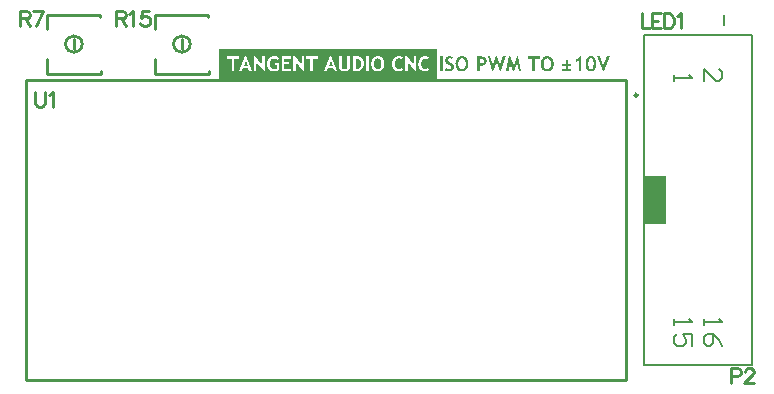
<source format=gto>
%FSAX24Y24*%
%MOIN*%
G70*
G01*
G75*
G04 Layer_Color=65535*
%ADD10R,0.0433X0.0394*%
%ADD11R,0.0787X0.0630*%
%ADD12R,0.0787X0.0787*%
%ADD13C,0.0200*%
%ADD14C,0.0080*%
%ADD15C,0.0100*%
%ADD16O,0.1181X0.0866*%
%ADD17C,0.0650*%
%ADD18R,0.0650X0.0650*%
%ADD19C,0.1000*%
%ADD20C,0.0250*%
%ADD21R,0.0394X0.0433*%
%ADD22R,0.0335X0.0866*%
%ADD23R,0.0700X0.0600*%
G04:AMPARAMS|DCode=24|XSize=60mil|YSize=70mil|CornerRadius=15mil|HoleSize=0mil|Usage=FLASHONLY|Rotation=90.000|XOffset=0mil|YOffset=0mil|HoleType=Round|Shape=RoundedRectangle|*
%AMROUNDEDRECTD24*
21,1,0.0600,0.0400,0,0,90.0*
21,1,0.0300,0.0700,0,0,90.0*
1,1,0.0300,0.0200,0.0150*
1,1,0.0300,0.0200,-0.0150*
1,1,0.0300,-0.0200,-0.0150*
1,1,0.0300,-0.0200,0.0150*
%
%ADD24ROUNDEDRECTD24*%
%ADD25O,0.0236X0.0866*%
%ADD26O,0.0236X0.0748*%
%ADD27O,0.0236X0.0591*%
%ADD28C,0.0098*%
%ADD29C,0.0079*%
%ADD30C,0.0059*%
%ADD31R,0.0748X0.1614*%
G36*
X027529Y021115D02*
X027366D01*
Y020700D01*
X027278D01*
Y021115D01*
X027121D01*
Y021192D01*
X027529D01*
Y021115D01*
D02*
G37*
G36*
X028465Y020946D02*
X028583D01*
Y020879D01*
X028465D01*
Y020767D01*
X028583D01*
Y020700D01*
X028281D01*
Y020767D01*
X028398D01*
Y020879D01*
X028281D01*
Y020946D01*
X028398D01*
Y021061D01*
X028465D01*
Y020946D01*
D02*
G37*
G36*
X028908Y020700D02*
X028821D01*
Y021054D01*
X028720Y020995D01*
Y021078D01*
X028721Y021079D01*
X028725Y021081D01*
X028729Y021083D01*
X028736Y021087D01*
X028745Y021091D01*
X028754Y021096D01*
X028764Y021103D01*
X028776Y021110D01*
X028788Y021118D01*
X028800Y021127D01*
X028825Y021147D01*
X028850Y021169D01*
X028863Y021181D01*
X028873Y021194D01*
X028908D01*
Y020700D01*
D02*
G37*
G36*
X024288D02*
X024200D01*
Y021192D01*
X024288D01*
Y020700D01*
D02*
G37*
G36*
X024940Y021200D02*
X024947D01*
X024956Y021198D01*
X024966Y021197D01*
X024978Y021195D01*
X024990Y021192D01*
X025003Y021189D01*
X025016Y021185D01*
X025029Y021179D01*
X025043Y021173D01*
X025056Y021165D01*
X025069Y021157D01*
X025080Y021146D01*
X025092Y021135D01*
X025093Y021134D01*
X025094Y021131D01*
X025097Y021128D01*
X025101Y021122D01*
X025105Y021116D01*
X025109Y021108D01*
X025115Y021098D01*
X025120Y021087D01*
X025125Y021074D01*
X025131Y021061D01*
X025135Y021045D01*
X025139Y021029D01*
X025143Y021011D01*
X025146Y020992D01*
X025147Y020972D01*
X025148Y020950D01*
Y020948D01*
Y020944D01*
Y020938D01*
X025147Y020930D01*
X025147Y020920D01*
X025145Y020909D01*
X025143Y020896D01*
X025141Y020882D01*
X025138Y020867D01*
X025134Y020851D01*
X025129Y020835D01*
X025123Y020820D01*
X025116Y020804D01*
X025109Y020789D01*
X025099Y020775D01*
X025089Y020761D01*
X025088Y020760D01*
X025086Y020758D01*
X025083Y020755D01*
X025078Y020750D01*
X025072Y020745D01*
X025064Y020739D01*
X025056Y020733D01*
X025046Y020727D01*
X025035Y020720D01*
X025023Y020714D01*
X025009Y020708D01*
X024994Y020702D01*
X024978Y020698D01*
X024961Y020695D01*
X024943Y020692D01*
X024923Y020692D01*
X024918D01*
X024914Y020692D01*
X024907D01*
X024899Y020694D01*
X024889Y020695D01*
X024878Y020698D01*
X024867Y020700D01*
X024854Y020704D01*
X024842Y020708D01*
X024829Y020714D01*
X024817Y020721D01*
X024804Y020728D01*
X024793Y020737D01*
X024781Y020748D01*
X024771Y020760D01*
X024770Y020761D01*
X024768Y020763D01*
X024766Y020767D01*
X024762Y020773D01*
X024759Y020780D01*
X024754Y020788D01*
X024749Y020798D01*
X024745Y020810D01*
X024740Y020823D01*
X024735Y020837D01*
X024730Y020852D01*
X024727Y020869D01*
X024723Y020887D01*
X024721Y020907D01*
X024719Y020928D01*
X024718Y020950D01*
Y020951D01*
Y020954D01*
X024719Y020959D01*
Y020967D01*
X024720Y020976D01*
X024721Y020987D01*
X024723Y020998D01*
X024725Y021011D01*
X024728Y021025D01*
X024732Y021039D01*
X024737Y021054D01*
X024743Y021069D01*
X024749Y021084D01*
X024756Y021099D01*
X024765Y021114D01*
X024775Y021128D01*
X024776Y021128D01*
X024778Y021131D01*
X024781Y021135D01*
X024786Y021139D01*
X024792Y021144D01*
X024799Y021151D01*
X024807Y021157D01*
X024816Y021164D01*
X024827Y021171D01*
X024838Y021178D01*
X024851Y021184D01*
X024865Y021189D01*
X024880Y021194D01*
X024896Y021198D01*
X024912Y021200D01*
X024930Y021201D01*
X024934D01*
X024940Y021200D01*
D02*
G37*
G36*
X027784D02*
X027791D01*
X027800Y021198D01*
X027810Y021197D01*
X027822Y021195D01*
X027834Y021192D01*
X027847Y021189D01*
X027860Y021185D01*
X027873Y021179D01*
X027887Y021173D01*
X027900Y021165D01*
X027913Y021157D01*
X027924Y021146D01*
X027936Y021135D01*
X027937Y021134D01*
X027938Y021131D01*
X027941Y021128D01*
X027945Y021122D01*
X027949Y021116D01*
X027953Y021108D01*
X027959Y021098D01*
X027964Y021087D01*
X027969Y021074D01*
X027975Y021061D01*
X027979Y021045D01*
X027983Y021029D01*
X027987Y021011D01*
X027990Y020992D01*
X027991Y020972D01*
X027992Y020950D01*
Y020948D01*
Y020944D01*
Y020938D01*
X027991Y020930D01*
X027991Y020920D01*
X027989Y020909D01*
X027987Y020896D01*
X027984Y020882D01*
X027981Y020867D01*
X027978Y020851D01*
X027973Y020835D01*
X027967Y020820D01*
X027960Y020804D01*
X027952Y020789D01*
X027943Y020775D01*
X027933Y020761D01*
X027932Y020760D01*
X027930Y020758D01*
X027927Y020755D01*
X027922Y020750D01*
X027916Y020745D01*
X027908Y020739D01*
X027900Y020733D01*
X027890Y020727D01*
X027879Y020720D01*
X027866Y020714D01*
X027853Y020708D01*
X027838Y020702D01*
X027822Y020698D01*
X027805Y020695D01*
X027787Y020692D01*
X027767Y020692D01*
X027762D01*
X027758Y020692D01*
X027751D01*
X027742Y020694D01*
X027733Y020695D01*
X027722Y020698D01*
X027710Y020700D01*
X027698Y020704D01*
X027686Y020708D01*
X027673Y020714D01*
X027661Y020721D01*
X027648Y020728D01*
X027637Y020737D01*
X027625Y020748D01*
X027615Y020760D01*
X027614Y020761D01*
X027612Y020763D01*
X027610Y020767D01*
X027606Y020773D01*
X027602Y020780D01*
X027598Y020788D01*
X027593Y020798D01*
X027589Y020810D01*
X027583Y020823D01*
X027579Y020837D01*
X027574Y020852D01*
X027570Y020869D01*
X027567Y020887D01*
X027564Y020907D01*
X027563Y020928D01*
X027562Y020950D01*
Y020951D01*
Y020954D01*
X027563Y020959D01*
Y020967D01*
X027564Y020976D01*
X027565Y020987D01*
X027567Y020998D01*
X027569Y021011D01*
X027572Y021025D01*
X027576Y021039D01*
X027580Y021054D01*
X027586Y021069D01*
X027593Y021084D01*
X027600Y021099D01*
X027609Y021114D01*
X027619Y021128D01*
X027620Y021128D01*
X027622Y021131D01*
X027625Y021135D01*
X027630Y021139D01*
X027636Y021144D01*
X027643Y021151D01*
X027651Y021157D01*
X027660Y021164D01*
X027671Y021171D01*
X027682Y021178D01*
X027695Y021184D01*
X027709Y021189D01*
X027723Y021194D01*
X027739Y021198D01*
X027756Y021200D01*
X027774Y021201D01*
X027778D01*
X027784Y021200D01*
D02*
G37*
G36*
X029246D02*
X029255Y021199D01*
X029265Y021197D01*
X029278Y021193D01*
X029293Y021188D01*
X029309Y021179D01*
X029325Y021170D01*
X029333Y021163D01*
X029341Y021156D01*
X029348Y021148D01*
X029357Y021139D01*
X029363Y021130D01*
X029371Y021119D01*
X029377Y021107D01*
X029384Y021095D01*
X029389Y021081D01*
X029395Y021066D01*
X029399Y021050D01*
X029403Y021033D01*
X029406Y021014D01*
X029408Y020994D01*
X029410Y020972D01*
X029411Y020950D01*
Y020948D01*
Y020944D01*
Y020938D01*
X029410Y020931D01*
X029409Y020921D01*
X029408Y020909D01*
X029407Y020896D01*
X029404Y020883D01*
X029402Y020867D01*
X029399Y020852D01*
X029395Y020837D01*
X029391Y020821D01*
X029385Y020806D01*
X029379Y020791D01*
X029373Y020776D01*
X029364Y020762D01*
X029363Y020762D01*
X029362Y020759D01*
X029360Y020756D01*
X029356Y020752D01*
X029351Y020746D01*
X029345Y020740D01*
X029338Y020734D01*
X029331Y020728D01*
X029322Y020721D01*
X029312Y020715D01*
X029301Y020709D01*
X029290Y020704D01*
X029277Y020699D01*
X029264Y020696D01*
X029249Y020694D01*
X029234Y020693D01*
X029230D01*
X029226Y020694D01*
X029220D01*
X029212Y020695D01*
X029203Y020696D01*
X029194Y020698D01*
X029184Y020702D01*
X029172Y020705D01*
X029162Y020709D01*
X029150Y020714D01*
X029140Y020720D01*
X029129Y020727D01*
X029119Y020736D01*
X029109Y020746D01*
X029101Y020757D01*
X029100Y020758D01*
X029099Y020760D01*
X029097Y020764D01*
X029094Y020769D01*
X029091Y020776D01*
X029087Y020785D01*
X029083Y020795D01*
X029080Y020807D01*
X029076Y020820D01*
X029072Y020835D01*
X029068Y020851D01*
X029065Y020870D01*
X029062Y020890D01*
X029060Y020912D01*
X029059Y020935D01*
X029058Y020960D01*
Y020962D01*
Y020965D01*
Y020970D01*
X029059Y020977D01*
X029060Y020986D01*
X029061Y020996D01*
X029062Y021007D01*
X029064Y021020D01*
X029067Y021033D01*
X029070Y021046D01*
X029074Y021061D01*
X029079Y021075D01*
X029084Y021090D01*
X029091Y021103D01*
X029099Y021118D01*
X029107Y021131D01*
X029108Y021131D01*
X029109Y021134D01*
X029112Y021138D01*
X029116Y021141D01*
X029121Y021147D01*
X029127Y021153D01*
X029134Y021159D01*
X029142Y021166D01*
X029151Y021173D01*
X029161Y021179D01*
X029172Y021185D01*
X029183Y021190D01*
X029196Y021195D01*
X029210Y021198D01*
X029223Y021200D01*
X029239Y021201D01*
X029243D01*
X029246Y021200D01*
D02*
G37*
G36*
X026233Y020693D02*
X026198D01*
X026090Y021004D01*
X025985Y020693D01*
X025950D01*
X025788Y021192D01*
X025879D01*
X025971Y020895D01*
X026071Y021192D01*
X026109D01*
X026210Y020895D01*
X026302Y021192D01*
X026392D01*
X026233Y020693D01*
D02*
G37*
G36*
X025554Y021195D02*
X025564D01*
X025574Y021194D01*
X025587Y021192D01*
X025599Y021191D01*
X025628Y021187D01*
X025656Y021180D01*
X025669Y021176D01*
X025682Y021172D01*
X025695Y021166D01*
X025705Y021160D01*
X025706Y021159D01*
X025708Y021158D01*
X025711Y021156D01*
X025714Y021153D01*
X025717Y021149D01*
X025722Y021144D01*
X025727Y021139D01*
X025733Y021132D01*
X025737Y021125D01*
X025743Y021116D01*
X025747Y021107D01*
X025751Y021097D01*
X025754Y021087D01*
X025757Y021074D01*
X025759Y021061D01*
X025759Y021048D01*
Y021047D01*
Y021046D01*
Y021044D01*
Y021040D01*
X025758Y021033D01*
X025756Y021021D01*
X025753Y021009D01*
X025749Y020995D01*
X025743Y020979D01*
X025734Y020963D01*
X025724Y020947D01*
X025711Y020932D01*
X025703Y020925D01*
X025695Y020918D01*
X025685Y020912D01*
X025676Y020905D01*
X025664Y020899D01*
X025653Y020895D01*
X025640Y020890D01*
X025626Y020886D01*
X025611Y020883D01*
X025595Y020881D01*
X025578Y020880D01*
X025560Y020879D01*
X025549D01*
X025544Y020880D01*
X025537D01*
X025529Y020880D01*
X025520Y020881D01*
Y020700D01*
X025433D01*
Y021192D01*
X025441D01*
X025447Y021192D01*
X025453D01*
X025461Y021193D01*
X025478Y021194D01*
X025496D01*
X025513Y021195D01*
X025520Y021195D01*
X025546D01*
X025554Y021195D01*
D02*
G37*
G36*
X024530Y021200D02*
X024538D01*
X024545Y021199D01*
X024555Y021198D01*
X024565Y021197D01*
X024585Y021193D01*
X024606Y021187D01*
X024625Y021179D01*
X024634Y021174D01*
X024642Y021169D01*
X024616Y021093D01*
X024615Y021094D01*
X024613Y021095D01*
X024611Y021096D01*
X024607Y021099D01*
X024603Y021101D01*
X024598Y021104D01*
X024586Y021110D01*
X024571Y021116D01*
X024555Y021121D01*
X024537Y021125D01*
X024528Y021126D01*
X024514D01*
X024508Y021125D01*
X024501Y021124D01*
X024494Y021122D01*
X024486Y021119D01*
X024479Y021116D01*
X024472Y021110D01*
X024471Y021109D01*
X024469Y021107D01*
X024466Y021104D01*
X024464Y021099D01*
X024461Y021093D01*
X024458Y021086D01*
X024456Y021077D01*
X024456Y021068D01*
Y021068D01*
Y021067D01*
X024456Y021064D01*
X024457Y021061D01*
X024459Y021057D01*
X024460Y021052D01*
X024463Y021047D01*
X024467Y021042D01*
X024472Y021035D01*
X024479Y021028D01*
X024486Y021021D01*
X024495Y021013D01*
X024505Y021005D01*
X024518Y020997D01*
X024533Y020988D01*
X024549Y020980D01*
X024549D01*
X024551Y020979D01*
X024553Y020978D01*
X024557Y020976D01*
X024565Y020972D01*
X024576Y020966D01*
X024588Y020959D01*
X024600Y020951D01*
X024611Y020944D01*
X024620Y020936D01*
X024621Y020935D01*
X024624Y020932D01*
X024628Y020928D01*
X024632Y020922D01*
X024638Y020915D01*
X024644Y020907D01*
X024649Y020898D01*
X024654Y020888D01*
X024654Y020886D01*
X024655Y020883D01*
X024657Y020878D01*
X024660Y020870D01*
X024661Y020862D01*
X024663Y020851D01*
X024664Y020841D01*
X024665Y020829D01*
Y020828D01*
Y020826D01*
Y020823D01*
X024664Y020819D01*
X024663Y020813D01*
X024663Y020807D01*
X024659Y020794D01*
X024654Y020778D01*
X024650Y020770D01*
X024645Y020762D01*
X024640Y020753D01*
X024633Y020745D01*
X024626Y020737D01*
X024618Y020730D01*
X024617Y020729D01*
X024616Y020728D01*
X024613Y020726D01*
X024609Y020724D01*
X024604Y020721D01*
X024599Y020717D01*
X024592Y020714D01*
X024584Y020711D01*
X024576Y020707D01*
X024566Y020704D01*
X024556Y020701D01*
X024545Y020698D01*
X024533Y020695D01*
X024520Y020693D01*
X024506Y020692D01*
X024491Y020692D01*
X024485D01*
X024480Y020692D01*
X024474D01*
X024466Y020693D01*
X024459Y020695D01*
X024450Y020696D01*
X024431Y020700D01*
X024410Y020706D01*
X024389Y020715D01*
X024378Y020721D01*
X024367Y020727D01*
X024399Y020806D01*
X024400Y020805D01*
X024402Y020804D01*
X024405Y020803D01*
X024409Y020800D01*
X024413Y020797D01*
X024418Y020794D01*
X024431Y020788D01*
X024447Y020781D01*
X024464Y020775D01*
X024482Y020771D01*
X024491Y020770D01*
X024501Y020769D01*
X024507D01*
X024513Y020770D01*
X024519Y020771D01*
X024525Y020772D01*
X024539Y020776D01*
X024547Y020778D01*
X024554Y020782D01*
X024560Y020787D01*
X024566Y020792D01*
X024571Y020798D01*
X024575Y020805D01*
X024577Y020813D01*
X024578Y020823D01*
Y020824D01*
Y020827D01*
X024577Y020832D01*
X024576Y020838D01*
X024574Y020845D01*
X024571Y020854D01*
X024566Y020862D01*
X024560Y020870D01*
X024559Y020871D01*
X024556Y020874D01*
X024551Y020879D01*
X024544Y020886D01*
X024533Y020893D01*
X024527Y020897D01*
X024520Y020902D01*
X024513Y020906D01*
X024504Y020912D01*
X024495Y020916D01*
X024485Y020921D01*
X024484D01*
X024482Y020923D01*
X024479Y020924D01*
X024475Y020926D01*
X024471Y020929D01*
X024466Y020931D01*
X024454Y020938D01*
X024441Y020946D01*
X024429Y020953D01*
X024418Y020961D01*
X024412Y020965D01*
X024409Y020969D01*
X024408Y020969D01*
X024405Y020972D01*
X024402Y020975D01*
X024397Y020981D01*
X024393Y020987D01*
X024387Y020995D01*
X024383Y021003D01*
X024378Y021012D01*
X024377Y021014D01*
X024377Y021017D01*
X024375Y021022D01*
X024374Y021029D01*
X024371Y021036D01*
X024370Y021046D01*
X024369Y021056D01*
X024368Y021068D01*
Y021068D01*
Y021070D01*
Y021073D01*
X024369Y021077D01*
X024370Y021082D01*
X024370Y021088D01*
X024374Y021101D01*
X024378Y021116D01*
X024386Y021132D01*
X024390Y021140D01*
X024396Y021148D01*
X024402Y021156D01*
X024409Y021163D01*
X024410Y021163D01*
X024412Y021164D01*
X024414Y021166D01*
X024417Y021169D01*
X024421Y021172D01*
X024426Y021175D01*
X024432Y021178D01*
X024438Y021182D01*
X024446Y021186D01*
X024454Y021189D01*
X024472Y021195D01*
X024493Y021199D01*
X024504Y021200D01*
X024517Y021201D01*
X024525D01*
X024530Y021200D01*
D02*
G37*
G36*
X024107Y020442D02*
X016850D01*
Y021451D01*
X024107D01*
Y020442D01*
D02*
G37*
G36*
X026904Y020700D02*
X026819D01*
X026768Y020966D01*
X026669Y020693D01*
X026638D01*
X026539Y020966D01*
X026486Y020700D01*
X026402D01*
X026500Y021192D01*
X026547D01*
X026653Y020861D01*
X026758Y021192D01*
X026803D01*
X026904Y020700D01*
D02*
G37*
G36*
X029670Y020693D02*
X029622D01*
X029438Y021192D01*
X029534D01*
X029648Y020860D01*
X029767Y021192D01*
X029862D01*
X029670Y020693D01*
D02*
G37*
%LPC*%
G36*
X021437Y021195D02*
X021410D01*
X021400Y021195D01*
X021379Y021194D01*
X021357D01*
X021346Y021193D01*
X021336D01*
X021327Y021192D01*
X021318D01*
X021311Y021192D01*
X021301D01*
Y020700D01*
X021410D01*
X021434Y020701D01*
X021455Y020703D01*
X021476Y020707D01*
X021495Y020711D01*
X021513Y020717D01*
X021529Y020724D01*
X021544Y020733D01*
X021559Y020741D01*
X021572Y020751D01*
X021584Y020762D01*
X021594Y020772D01*
X021604Y020784D01*
X021613Y020796D01*
X021621Y020808D01*
X021629Y020820D01*
X021635Y020832D01*
X021645Y020857D01*
X021653Y020881D01*
X021659Y020903D01*
X021661Y020914D01*
X021663Y020924D01*
X021664Y020932D01*
X021665Y020940D01*
X021666Y020947D01*
Y020953D01*
X021667Y020958D01*
Y020962D01*
Y020964D01*
Y020965D01*
X021666Y020984D01*
X021664Y021002D01*
X021661Y021019D01*
X021657Y021035D01*
X021652Y021050D01*
X021647Y021064D01*
X021641Y021076D01*
X021636Y021087D01*
X021629Y021098D01*
X021623Y021107D01*
X021618Y021115D01*
X021613Y021121D01*
X021610Y021125D01*
X021607Y021129D01*
X021604Y021131D01*
X021604Y021132D01*
X021591Y021144D01*
X021578Y021153D01*
X021564Y021162D01*
X021550Y021169D01*
X021536Y021175D01*
X021521Y021180D01*
X021508Y021184D01*
X021494Y021188D01*
X021482Y021190D01*
X021470Y021192D01*
X021459Y021193D01*
X021451Y021195D01*
X021443D01*
X021437Y021195D01*
D02*
G37*
G36*
X020585Y021198D02*
X020547D01*
X020350Y020700D01*
X020448D01*
X020481Y020800D01*
X020649D01*
X020686Y020700D01*
X020782D01*
X020585Y021198D01*
D02*
G37*
G36*
X021200Y021192D02*
X021113D01*
Y020860D01*
X021112Y020845D01*
X021109Y020832D01*
X021104Y020820D01*
X021100Y020811D01*
X021094Y020803D01*
X021091Y020798D01*
X021088Y020795D01*
X021086Y020794D01*
X021075Y020785D01*
X021063Y020780D01*
X021051Y020775D01*
X021039Y020772D01*
X021028Y020771D01*
X021020Y020770D01*
X021017Y020769D01*
X021012D01*
X020998Y020770D01*
X020984Y020773D01*
X020973Y020777D01*
X020964Y020781D01*
X020956Y020786D01*
X020951Y020790D01*
X020948Y020793D01*
X020946Y020794D01*
X020938Y020803D01*
X020932Y020814D01*
X020929Y020825D01*
X020926Y020835D01*
X020924Y020845D01*
X020923Y020851D01*
X020923Y020854D01*
Y020857D01*
Y020858D01*
Y020858D01*
Y021192D01*
X020835D01*
Y020854D01*
X020836Y020839D01*
X020837Y020826D01*
X020840Y020813D01*
X020843Y020802D01*
X020846Y020791D01*
X020849Y020781D01*
X020854Y020772D01*
X020859Y020764D01*
X020862Y020757D01*
X020867Y020751D01*
X020871Y020746D01*
X020875Y020741D01*
X020877Y020738D01*
X020879Y020736D01*
X020881Y020734D01*
X020881Y020733D01*
X020891Y020726D01*
X020900Y020720D01*
X020911Y020714D01*
X020922Y020709D01*
X020944Y020702D01*
X020964Y020697D01*
X020974Y020695D01*
X020983Y020694D01*
X020992Y020693D01*
X020999Y020692D01*
X021005Y020692D01*
X021013D01*
X021028Y020692D01*
X021044Y020693D01*
X021057Y020695D01*
X021070Y020698D01*
X021082Y020702D01*
X021094Y020705D01*
X021104Y020709D01*
X021114Y020713D01*
X021121Y020717D01*
X021129Y020721D01*
X021135Y020724D01*
X021140Y020727D01*
X021144Y020730D01*
X021147Y020733D01*
X021149Y020733D01*
X021149Y020734D01*
X021158Y020743D01*
X021166Y020752D01*
X021173Y020762D01*
X021179Y020771D01*
X021184Y020781D01*
X021188Y020791D01*
X021194Y020810D01*
X021196Y020819D01*
X021197Y020827D01*
X021199Y020834D01*
X021200Y020841D01*
X021200Y020846D01*
Y020850D01*
Y020852D01*
Y020853D01*
Y021192D01*
D02*
G37*
G36*
X021833D02*
X021745D01*
Y020700D01*
X021833D01*
Y021192D01*
D02*
G37*
G36*
X020136D02*
X019728D01*
Y021115D01*
X019885D01*
Y020700D01*
X019972D01*
Y021115D01*
X020136D01*
Y021192D01*
D02*
G37*
G36*
X017750Y021198D02*
X017712D01*
X017516Y020700D01*
X017613D01*
X017646Y020800D01*
X017815D01*
X017851Y020700D01*
X017948D01*
X017750Y021198D01*
D02*
G37*
G36*
X022128Y021201D02*
X022123D01*
X022106Y021200D01*
X022089Y021198D01*
X022073Y021194D01*
X022059Y021189D01*
X022045Y021184D01*
X022032Y021178D01*
X022021Y021171D01*
X022010Y021164D01*
X022001Y021157D01*
X021992Y021151D01*
X021986Y021144D01*
X021980Y021139D01*
X021975Y021135D01*
X021972Y021131D01*
X021970Y021128D01*
X021969Y021128D01*
X021959Y021114D01*
X021950Y021099D01*
X021942Y021084D01*
X021936Y021069D01*
X021930Y021054D01*
X021925Y021039D01*
X021922Y021025D01*
X021919Y021011D01*
X021916Y020998D01*
X021915Y020987D01*
X021913Y020976D01*
X021913Y020967D01*
Y020959D01*
X021912Y020954D01*
Y020951D01*
Y020950D01*
X021913Y020928D01*
X021914Y020907D01*
X021916Y020887D01*
X021920Y020869D01*
X021924Y020852D01*
X021929Y020837D01*
X021933Y020823D01*
X021938Y020810D01*
X021943Y020798D01*
X021948Y020788D01*
X021952Y020780D01*
X021956Y020773D01*
X021960Y020767D01*
X021962Y020763D01*
X021964Y020761D01*
X021964Y020760D01*
X021975Y020748D01*
X021986Y020737D01*
X021998Y020728D01*
X022011Y020721D01*
X022023Y020714D01*
X022036Y020708D01*
X022048Y020704D01*
X022060Y020700D01*
X022072Y020698D01*
X022082Y020695D01*
X022092Y020694D01*
X022101Y020692D01*
X022107D01*
X022112Y020692D01*
X022117D01*
X022136Y020692D01*
X022155Y020695D01*
X022172Y020698D01*
X022188Y020702D01*
X022203Y020708D01*
X022216Y020714D01*
X022228Y020720D01*
X022240Y020727D01*
X022250Y020733D01*
X022258Y020739D01*
X022266Y020745D01*
X022272Y020750D01*
X022276Y020755D01*
X022279Y020758D01*
X022282Y020760D01*
X022282Y020761D01*
X022293Y020775D01*
X022302Y020789D01*
X022310Y020804D01*
X022317Y020820D01*
X022323Y020835D01*
X022327Y020851D01*
X022331Y020867D01*
X022334Y020882D01*
X022336Y020896D01*
X022339Y020909D01*
X022340Y020920D01*
X022341Y020930D01*
X022342Y020938D01*
Y020944D01*
Y020948D01*
Y020950D01*
X022341Y020972D01*
X022339Y020992D01*
X022336Y021011D01*
X022333Y021029D01*
X022329Y021045D01*
X022324Y021061D01*
X022319Y021074D01*
X022314Y021087D01*
X022308Y021098D01*
X022303Y021108D01*
X022298Y021116D01*
X022295Y021122D01*
X022291Y021128D01*
X022288Y021131D01*
X022286Y021134D01*
X022285Y021135D01*
X022274Y021146D01*
X022263Y021157D01*
X022250Y021165D01*
X022237Y021173D01*
X022223Y021179D01*
X022209Y021185D01*
X022196Y021189D01*
X022183Y021192D01*
X022171Y021195D01*
X022160Y021197D01*
X022150Y021198D01*
X022141Y021200D01*
X022133D01*
X022128Y021201D01*
D02*
G37*
G36*
X019232Y021192D02*
X018921D01*
Y020700D01*
X019232D01*
Y020778D01*
X019009D01*
Y020925D01*
X019168D01*
Y021000D01*
X019009D01*
Y021115D01*
X019232D01*
Y021192D01*
D02*
G37*
G36*
X017508D02*
X017100D01*
Y021115D01*
X017257D01*
Y020700D01*
X017344D01*
Y021115D01*
X017508D01*
Y021192D01*
D02*
G37*
G36*
X023716Y021201D02*
X023708D01*
X023689Y021200D01*
X023673Y021198D01*
X023656Y021194D01*
X023641Y021189D01*
X023626Y021184D01*
X023613Y021177D01*
X023600Y021171D01*
X023590Y021164D01*
X023580Y021157D01*
X023571Y021151D01*
X023563Y021144D01*
X023557Y021138D01*
X023553Y021134D01*
X023549Y021130D01*
X023546Y021128D01*
X023546Y021127D01*
X023534Y021113D01*
X023525Y021098D01*
X023517Y021083D01*
X023509Y021068D01*
X023503Y021052D01*
X023498Y021037D01*
X023494Y021023D01*
X023490Y021008D01*
X023488Y020995D01*
X023486Y020983D01*
X023485Y020972D01*
X023483Y020963D01*
Y020955D01*
X023483Y020949D01*
Y020946D01*
Y020944D01*
X023483Y020923D01*
X023485Y020902D01*
X023488Y020883D01*
X023492Y020866D01*
X023495Y020849D01*
X023501Y020834D01*
X023506Y020820D01*
X023511Y020808D01*
X023517Y020797D01*
X023521Y020787D01*
X023527Y020778D01*
X023530Y020772D01*
X023534Y020766D01*
X023537Y020762D01*
X023539Y020760D01*
X023540Y020759D01*
X023551Y020747D01*
X023563Y020737D01*
X023575Y020728D01*
X023589Y020721D01*
X023602Y020714D01*
X023616Y020708D01*
X023629Y020704D01*
X023642Y020700D01*
X023653Y020697D01*
X023664Y020695D01*
X023674Y020694D01*
X023683Y020692D01*
X023690D01*
X023696Y020692D01*
X023700D01*
X023719Y020692D01*
X023737Y020694D01*
X023753Y020697D01*
X023768Y020701D01*
X023782Y020705D01*
X023795Y020710D01*
X023807Y020715D01*
X023817Y020721D01*
X023826Y020726D01*
X023834Y020730D01*
X023841Y020736D01*
X023847Y020740D01*
X023852Y020743D01*
X023855Y020746D01*
X023856Y020748D01*
X023857Y020749D01*
X023816Y020819D01*
X023808Y020810D01*
X023800Y020803D01*
X023791Y020796D01*
X023782Y020790D01*
X023773Y020785D01*
X023764Y020781D01*
X023747Y020775D01*
X023731Y020772D01*
X023725Y020771D01*
X023718Y020770D01*
X023714Y020769D01*
X023707D01*
X023696Y020770D01*
X023686Y020772D01*
X023676Y020774D01*
X023666Y020776D01*
X023649Y020784D01*
X023635Y020792D01*
X023624Y020800D01*
X023620Y020804D01*
X023616Y020808D01*
X023613Y020810D01*
X023611Y020813D01*
X023610Y020814D01*
X023610Y020815D01*
X023604Y020824D01*
X023597Y020834D01*
X023588Y020854D01*
X023582Y020875D01*
X023578Y020895D01*
X023576Y020905D01*
X023575Y020913D01*
X023574Y020921D01*
Y020928D01*
X023573Y020933D01*
Y020937D01*
Y020940D01*
Y020940D01*
X023574Y020955D01*
X023575Y020969D01*
X023577Y020982D01*
X023579Y020995D01*
X023582Y021006D01*
X023585Y021017D01*
X023589Y021026D01*
X023593Y021036D01*
X023596Y021044D01*
X023600Y021051D01*
X023603Y021057D01*
X023606Y021062D01*
X023608Y021066D01*
X023610Y021069D01*
X023611Y021071D01*
X023612Y021071D01*
X023619Y021081D01*
X023628Y021088D01*
X023636Y021096D01*
X023645Y021101D01*
X023653Y021106D01*
X023661Y021110D01*
X023677Y021117D01*
X023692Y021120D01*
X023698Y021122D01*
X023703Y021122D01*
X023707Y021123D01*
X023725D01*
X023736Y021122D01*
X023746Y021121D01*
X023756Y021119D01*
X023764Y021116D01*
X023772Y021114D01*
X023779Y021112D01*
X023785Y021109D01*
X023790Y021106D01*
X023795Y021103D01*
X023802Y021099D01*
X023806Y021096D01*
X023807Y021094D01*
X023844Y021166D01*
X023834Y021173D01*
X023823Y021178D01*
X023801Y021186D01*
X023779Y021192D01*
X023756Y021196D01*
X023747Y021198D01*
X023737Y021199D01*
X023729Y021200D01*
X023722D01*
X023716Y021201D01*
D02*
G37*
G36*
X022836D02*
X022828D01*
X022810Y021200D01*
X022793Y021198D01*
X022776Y021194D01*
X022761Y021189D01*
X022747Y021184D01*
X022734Y021177D01*
X022721Y021171D01*
X022710Y021164D01*
X022700Y021157D01*
X022691Y021151D01*
X022683Y021144D01*
X022677Y021138D01*
X022673Y021134D01*
X022669Y021130D01*
X022667Y021128D01*
X022666Y021127D01*
X022655Y021113D01*
X022645Y021098D01*
X022637Y021083D01*
X022629Y021068D01*
X022623Y021052D01*
X022618Y021037D01*
X022614Y021023D01*
X022610Y021008D01*
X022608Y020995D01*
X022606Y020983D01*
X022605Y020972D01*
X022604Y020963D01*
Y020955D01*
X022603Y020949D01*
Y020946D01*
Y020944D01*
X022604Y020923D01*
X022605Y020902D01*
X022608Y020883D01*
X022612Y020866D01*
X022616Y020849D01*
X022621Y020834D01*
X022626Y020820D01*
X022632Y020808D01*
X022637Y020797D01*
X022642Y020787D01*
X022647Y020778D01*
X022651Y020772D01*
X022655Y020766D01*
X022658Y020762D01*
X022659Y020760D01*
X022660Y020759D01*
X022671Y020747D01*
X022683Y020737D01*
X022696Y020728D01*
X022709Y020721D01*
X022722Y020714D01*
X022736Y020708D01*
X022749Y020704D01*
X022762Y020700D01*
X022773Y020697D01*
X022785Y020695D01*
X022795Y020694D01*
X022804Y020692D01*
X022811D01*
X022816Y020692D01*
X022820D01*
X022839Y020692D01*
X022857Y020694D01*
X022873Y020697D01*
X022888Y020701D01*
X022903Y020705D01*
X022916Y020710D01*
X022927Y020715D01*
X022938Y020721D01*
X022947Y020726D01*
X022954Y020730D01*
X022961Y020736D01*
X022967Y020740D01*
X022972Y020743D01*
X022975Y020746D01*
X022976Y020748D01*
X022977Y020749D01*
X022936Y020819D01*
X022929Y020810D01*
X022920Y020803D01*
X022912Y020796D01*
X022903Y020790D01*
X022893Y020785D01*
X022884Y020781D01*
X022867Y020775D01*
X022852Y020772D01*
X022845Y020771D01*
X022839Y020770D01*
X022834Y020769D01*
X022827D01*
X022816Y020770D01*
X022806Y020772D01*
X022796Y020774D01*
X022786Y020776D01*
X022769Y020784D01*
X022756Y020792D01*
X022744Y020800D01*
X022741Y020804D01*
X022737Y020808D01*
X022734Y020810D01*
X022731Y020813D01*
X022731Y020814D01*
X022730Y020815D01*
X022724Y020824D01*
X022718Y020834D01*
X022709Y020854D01*
X022702Y020875D01*
X022698Y020895D01*
X022696Y020905D01*
X022696Y020913D01*
X022694Y020921D01*
Y020928D01*
X022693Y020933D01*
Y020937D01*
Y020940D01*
Y020940D01*
X022694Y020955D01*
X022695Y020969D01*
X022697Y020982D01*
X022699Y020995D01*
X022702Y021006D01*
X022706Y021017D01*
X022709Y021026D01*
X022713Y021036D01*
X022716Y021044D01*
X022720Y021051D01*
X022723Y021057D01*
X022726Y021062D01*
X022728Y021066D01*
X022731Y021069D01*
X022731Y021071D01*
X022732Y021071D01*
X022740Y021081D01*
X022748Y021088D01*
X022757Y021096D01*
X022765Y021101D01*
X022773Y021106D01*
X022782Y021110D01*
X022798Y021117D01*
X022812Y021120D01*
X022818Y021122D01*
X022823Y021122D01*
X022827Y021123D01*
X022846D01*
X022856Y021122D01*
X022866Y021121D01*
X022876Y021119D01*
X022884Y021116D01*
X022892Y021114D01*
X022899Y021112D01*
X022905Y021109D01*
X022910Y021106D01*
X022915Y021103D01*
X022922Y021099D01*
X022926Y021096D01*
X022928Y021094D01*
X022964Y021166D01*
X022954Y021173D01*
X022944Y021178D01*
X022922Y021186D01*
X022899Y021192D01*
X022877Y021196D01*
X022867Y021198D01*
X022858Y021199D01*
X022849Y021200D01*
X022843D01*
X022836Y021201D01*
D02*
G37*
G36*
X018692D02*
X018684D01*
X018664Y021200D01*
X018644Y021198D01*
X018625Y021194D01*
X018608Y021189D01*
X018592Y021184D01*
X018576Y021178D01*
X018563Y021172D01*
X018550Y021165D01*
X018540Y021158D01*
X018530Y021152D01*
X018522Y021146D01*
X018515Y021141D01*
X018509Y021136D01*
X018506Y021132D01*
X018503Y021130D01*
X018503Y021129D01*
X018491Y021116D01*
X018480Y021101D01*
X018471Y021086D01*
X018464Y021070D01*
X018458Y021055D01*
X018452Y021039D01*
X018448Y021024D01*
X018444Y021010D01*
X018441Y020997D01*
X018439Y020984D01*
X018438Y020972D01*
X018436Y020963D01*
Y020955D01*
X018436Y020950D01*
Y020946D01*
Y020944D01*
X018436Y020924D01*
X018439Y020904D01*
X018442Y020885D01*
X018445Y020867D01*
X018450Y020851D01*
X018455Y020836D01*
X018461Y020823D01*
X018467Y020810D01*
X018472Y020799D01*
X018477Y020789D01*
X018483Y020781D01*
X018487Y020774D01*
X018492Y020768D01*
X018495Y020764D01*
X018496Y020762D01*
X018497Y020761D01*
X018509Y020749D01*
X018522Y020738D01*
X018535Y020729D01*
X018550Y020721D01*
X018563Y020714D01*
X018577Y020708D01*
X018591Y020704D01*
X018604Y020700D01*
X018617Y020698D01*
X018628Y020695D01*
X018638Y020694D01*
X018647Y020692D01*
X018655D01*
X018660Y020692D01*
X018665D01*
X018683Y020692D01*
X018700Y020694D01*
X018717Y020696D01*
X018732Y020698D01*
X018744Y020701D01*
X018749Y020702D01*
X018754Y020703D01*
X018757Y020704D01*
X018760Y020705D01*
X018761Y020705D01*
X018762D01*
X018780Y020711D01*
X018796Y020717D01*
X018809Y020724D01*
X018821Y020731D01*
X018831Y020737D01*
X018837Y020741D01*
X018842Y020745D01*
X018843Y020746D01*
Y020966D01*
X018687D01*
Y020892D01*
X018756D01*
Y020794D01*
X018744Y020786D01*
X018731Y020780D01*
X018718Y020775D01*
X018706Y020772D01*
X018695Y020771D01*
X018687Y020770D01*
X018684Y020769D01*
X018679D01*
X018666Y020770D01*
X018654Y020772D01*
X018643Y020774D01*
X018632Y020777D01*
X018622Y020780D01*
X018613Y020784D01*
X018605Y020788D01*
X018597Y020793D01*
X018590Y020797D01*
X018584Y020801D01*
X018579Y020805D01*
X018575Y020809D01*
X018572Y020811D01*
X018569Y020813D01*
X018568Y020815D01*
X018567Y020816D01*
X018560Y020825D01*
X018554Y020835D01*
X018548Y020845D01*
X018544Y020855D01*
X018536Y020876D01*
X018531Y020896D01*
X018530Y020905D01*
X018528Y020914D01*
X018528Y020921D01*
X018527Y020928D01*
X018526Y020934D01*
Y020937D01*
Y020940D01*
Y020941D01*
X018527Y020956D01*
X018528Y020971D01*
X018530Y020985D01*
X018533Y020997D01*
X018536Y021009D01*
X018539Y021020D01*
X018543Y021030D01*
X018547Y021039D01*
X018551Y021046D01*
X018555Y021054D01*
X018558Y021060D01*
X018561Y021065D01*
X018564Y021068D01*
X018566Y021071D01*
X018567Y021073D01*
X018568Y021074D01*
X018576Y021082D01*
X018585Y021090D01*
X018594Y021096D01*
X018604Y021103D01*
X018613Y021107D01*
X018623Y021111D01*
X018641Y021117D01*
X018649Y021119D01*
X018657Y021121D01*
X018664Y021122D01*
X018670Y021122D01*
X018675Y021123D01*
X018682D01*
X018691Y021122D01*
X018700Y021121D01*
X018710Y021119D01*
X018718Y021116D01*
X018726Y021113D01*
X018732Y021111D01*
X018735Y021109D01*
X018737Y021109D01*
X018748Y021103D01*
X018758Y021099D01*
X018767Y021094D01*
X018773Y021090D01*
X018778Y021087D01*
X018782Y021084D01*
X018784Y021082D01*
X018785Y021081D01*
X018822Y021152D01*
X018811Y021160D01*
X018800Y021168D01*
X018788Y021175D01*
X018776Y021180D01*
X018765Y021185D01*
X018754Y021189D01*
X018732Y021195D01*
X018722Y021197D01*
X018713Y021198D01*
X018705Y021199D01*
X018698Y021200D01*
X018692Y021201D01*
D02*
G37*
G36*
X029237Y021130D02*
X029233D01*
X029229Y021129D01*
X029223Y021127D01*
X029217Y021125D01*
X029209Y021121D01*
X029201Y021116D01*
X029193Y021108D01*
X029185Y021099D01*
X029177Y021087D01*
X029169Y021073D01*
X029166Y021065D01*
X029162Y021056D01*
X029159Y021046D01*
X029157Y021036D01*
X029155Y021024D01*
X029153Y021012D01*
X029151Y020999D01*
X029150Y020985D01*
X029149Y020970D01*
Y020954D01*
Y020953D01*
Y020950D01*
Y020945D01*
Y020938D01*
X029150Y020930D01*
Y020921D01*
X029150Y020910D01*
X029151Y020899D01*
X029153Y020876D01*
X029157Y020851D01*
X029159Y020840D01*
X029162Y020829D01*
X029165Y020819D01*
X029168Y020810D01*
Y020809D01*
X029169Y020807D01*
X029170Y020805D01*
X029172Y020803D01*
X029176Y020795D01*
X029183Y020787D01*
X029191Y020778D01*
X029203Y020771D01*
X029209Y020768D01*
X029216Y020766D01*
X029223Y020765D01*
X029231Y020764D01*
X029236D01*
X029239Y020765D01*
X029247Y020766D01*
X029258Y020769D01*
X029269Y020774D01*
X029280Y020781D01*
X029286Y020786D01*
X029290Y020791D01*
X029296Y020798D01*
X029299Y020805D01*
Y020806D01*
X029300Y020807D01*
X029302Y020810D01*
X029303Y020813D01*
X029304Y020818D01*
X029306Y020824D01*
X029308Y020831D01*
X029310Y020839D01*
X029312Y020849D01*
X029313Y020860D01*
X029315Y020872D01*
X029317Y020886D01*
X029318Y020901D01*
X029319Y020917D01*
X029320Y020935D01*
Y020954D01*
Y020956D01*
Y020959D01*
Y020963D01*
Y020970D01*
X029319Y020979D01*
Y020988D01*
X029318Y020998D01*
X029318Y021009D01*
X029315Y021032D01*
X029312Y021055D01*
X029309Y021065D01*
X029307Y021075D01*
X029304Y021084D01*
X029300Y021092D01*
Y021093D01*
X029299Y021093D01*
X029296Y021098D01*
X029292Y021104D01*
X029285Y021111D01*
X029277Y021118D01*
X029265Y021124D01*
X029252Y021128D01*
X029245Y021129D01*
X029237Y021130D01*
D02*
G37*
G36*
X025546Y021118D02*
X025538D01*
X025529Y021117D01*
X025520Y021116D01*
Y020959D01*
X025524D01*
X025528Y020958D01*
X025533D01*
X025544Y020957D01*
X025550Y020956D01*
X025564D01*
X025569Y020957D01*
X025575D01*
X025588Y020959D01*
X025603Y020961D01*
X025617Y020965D01*
X025631Y020969D01*
X025637Y020972D01*
X025642Y020976D01*
X025644Y020977D01*
X025647Y020980D01*
X025651Y020985D01*
X025657Y020991D01*
X025661Y021001D01*
X025666Y021012D01*
X025669Y021025D01*
X025670Y021041D01*
Y021042D01*
Y021044D01*
X025669Y021048D01*
X025668Y021053D01*
X025666Y021058D01*
X025663Y021065D01*
X025660Y021072D01*
X025655Y021080D01*
X025648Y021087D01*
X025640Y021093D01*
X025630Y021100D01*
X025618Y021106D01*
X025604Y021111D01*
X025587Y021115D01*
X025568Y021117D01*
X025546Y021118D01*
D02*
G37*
G36*
X027774Y021123D02*
X027768D01*
X027764Y021122D01*
X027759Y021122D01*
X027754Y021121D01*
X027740Y021117D01*
X027726Y021112D01*
X027719Y021108D01*
X027711Y021103D01*
X027704Y021098D01*
X027697Y021091D01*
X027690Y021084D01*
X027684Y021076D01*
Y021075D01*
X027682Y021074D01*
X027681Y021071D01*
X027679Y021068D01*
X027677Y021062D01*
X027674Y021057D01*
X027671Y021050D01*
X027669Y021042D01*
X027666Y021034D01*
X027663Y021024D01*
X027660Y021014D01*
X027657Y021003D01*
X027656Y020991D01*
X027654Y020978D01*
X027653Y020964D01*
Y020950D01*
Y020949D01*
Y020946D01*
Y020941D01*
X027653Y020935D01*
Y020928D01*
X027654Y020920D01*
X027655Y020911D01*
X027656Y020901D01*
X027660Y020880D01*
X027665Y020858D01*
X027672Y020835D01*
X027676Y020826D01*
X027682Y020816D01*
Y020816D01*
X027683Y020814D01*
X027685Y020812D01*
X027687Y020809D01*
X027694Y020801D01*
X027703Y020793D01*
X027715Y020784D01*
X027730Y020777D01*
X027738Y020774D01*
X027747Y020772D01*
X027757Y020770D01*
X027767Y020769D01*
X027773D01*
X027777Y020770D01*
X027783Y020771D01*
X027790Y020772D01*
X027804Y020775D01*
X027820Y020781D01*
X027828Y020784D01*
X027837Y020788D01*
X027844Y020794D01*
X027852Y020800D01*
X027860Y020807D01*
X027866Y020815D01*
X027867Y020816D01*
X027868Y020817D01*
X027870Y020819D01*
X027872Y020823D01*
X027875Y020829D01*
X027878Y020834D01*
X027881Y020842D01*
X027884Y020849D01*
X027887Y020858D01*
X027890Y020868D01*
X027893Y020880D01*
X027896Y020891D01*
X027898Y020905D01*
X027900Y020918D01*
X027901Y020934D01*
Y020950D01*
Y020950D01*
Y020952D01*
Y020954D01*
Y020957D01*
X027901Y020961D01*
Y020966D01*
X027899Y020977D01*
X027898Y020990D01*
X027895Y021004D01*
X027891Y021020D01*
X027886Y021036D01*
X027879Y021052D01*
X027870Y021068D01*
X027860Y021083D01*
X027847Y021096D01*
X027833Y021107D01*
X027825Y021112D01*
X027816Y021116D01*
X027806Y021119D01*
X027796Y021121D01*
X027785Y021122D01*
X027774Y021123D01*
D02*
G37*
G36*
X024930D02*
X024924D01*
X024920Y021122D01*
X024915Y021122D01*
X024910Y021121D01*
X024896Y021117D01*
X024882Y021112D01*
X024875Y021108D01*
X024867Y021103D01*
X024860Y021098D01*
X024853Y021091D01*
X024846Y021084D01*
X024840Y021076D01*
Y021075D01*
X024838Y021074D01*
X024837Y021071D01*
X024835Y021068D01*
X024833Y021062D01*
X024830Y021057D01*
X024827Y021050D01*
X024825Y021042D01*
X024822Y021034D01*
X024819Y021024D01*
X024816Y021014D01*
X024813Y021003D01*
X024812Y020991D01*
X024810Y020978D01*
X024809Y020964D01*
Y020950D01*
Y020949D01*
Y020946D01*
Y020941D01*
X024810Y020935D01*
Y020928D01*
X024810Y020920D01*
X024811Y020911D01*
X024813Y020901D01*
X024816Y020880D01*
X024821Y020858D01*
X024828Y020835D01*
X024832Y020826D01*
X024838Y020816D01*
Y020816D01*
X024839Y020814D01*
X024841Y020812D01*
X024843Y020809D01*
X024850Y020801D01*
X024859Y020793D01*
X024871Y020784D01*
X024886Y020777D01*
X024894Y020774D01*
X024903Y020772D01*
X024913Y020770D01*
X024923Y020769D01*
X024929D01*
X024934Y020770D01*
X024939Y020771D01*
X024946Y020772D01*
X024960Y020775D01*
X024976Y020781D01*
X024985Y020784D01*
X024993Y020788D01*
X025001Y020794D01*
X025008Y020800D01*
X025016Y020807D01*
X025023Y020815D01*
X025023Y020816D01*
X025024Y020817D01*
X025026Y020819D01*
X025028Y020823D01*
X025031Y020829D01*
X025034Y020834D01*
X025037Y020842D01*
X025040Y020849D01*
X025043Y020858D01*
X025046Y020868D01*
X025049Y020880D01*
X025052Y020891D01*
X025055Y020905D01*
X025056Y020918D01*
X025058Y020934D01*
Y020950D01*
Y020950D01*
Y020952D01*
Y020954D01*
Y020957D01*
X025057Y020961D01*
Y020966D01*
X025055Y020977D01*
X025054Y020990D01*
X025051Y021004D01*
X025047Y021020D01*
X025042Y021036D01*
X025035Y021052D01*
X025026Y021068D01*
X025016Y021083D01*
X025004Y021096D01*
X024989Y021107D01*
X024981Y021112D01*
X024972Y021116D01*
X024963Y021119D01*
X024953Y021121D01*
X024941Y021122D01*
X024930Y021123D01*
D02*
G37*
G36*
X018359Y021192D02*
X018275D01*
Y020895D01*
X018042Y021192D01*
X018000D01*
Y020700D01*
X018084D01*
Y021005D01*
X018323Y020693D01*
X018359D01*
Y021192D01*
D02*
G37*
G36*
X019671D02*
X019587D01*
Y020895D01*
X019354Y021192D01*
X019312D01*
Y020700D01*
X019396D01*
Y021005D01*
X019635Y020693D01*
X019671D01*
Y021192D01*
D02*
G37*
G36*
X023406D02*
X023322D01*
Y020895D01*
X023089Y021192D01*
X023047D01*
Y020700D01*
X023131D01*
Y021005D01*
X023370Y020693D01*
X023406D01*
Y021192D01*
D02*
G37*
%LPD*%
G36*
X017789Y020867D02*
X017672D01*
X017731Y021048D01*
X017789Y020867D01*
D02*
G37*
G36*
X020624D02*
X020506D01*
X020566Y021048D01*
X020624Y020867D01*
D02*
G37*
G36*
X022135Y021122D02*
X022146Y021121D01*
X022156Y021119D01*
X022165Y021116D01*
X022174Y021112D01*
X022183Y021107D01*
X022197Y021096D01*
X022209Y021083D01*
X022220Y021068D01*
X022228Y021052D01*
X022235Y021036D01*
X022241Y021020D01*
X022244Y021004D01*
X022247Y020990D01*
X022249Y020977D01*
X022250Y020966D01*
Y020961D01*
X022251Y020957D01*
Y020954D01*
Y020952D01*
Y020950D01*
Y020950D01*
Y020934D01*
X022250Y020918D01*
X022248Y020905D01*
X022246Y020891D01*
X022243Y020880D01*
X022240Y020868D01*
X022237Y020858D01*
X022234Y020849D01*
X022231Y020842D01*
X022228Y020834D01*
X022225Y020829D01*
X022222Y020823D01*
X022219Y020819D01*
X022218Y020817D01*
X022217Y020816D01*
X022216Y020815D01*
X022209Y020807D01*
X022202Y020800D01*
X022194Y020794D01*
X022187Y020788D01*
X022178Y020784D01*
X022170Y020781D01*
X022154Y020775D01*
X022139Y020772D01*
X022132Y020771D01*
X022127Y020770D01*
X022123Y020769D01*
X022117D01*
X022107Y020770D01*
X022097Y020772D01*
X022088Y020774D01*
X022079Y020777D01*
X022065Y020784D01*
X022053Y020793D01*
X022043Y020801D01*
X022037Y020809D01*
X022034Y020812D01*
X022033Y020814D01*
X022031Y020816D01*
Y020816D01*
X022026Y020826D01*
X022021Y020835D01*
X022015Y020858D01*
X022009Y020880D01*
X022006Y020901D01*
X022005Y020911D01*
X022004Y020920D01*
X022003Y020928D01*
Y020935D01*
X022002Y020941D01*
Y020946D01*
Y020949D01*
Y020950D01*
Y020964D01*
X022004Y020978D01*
X022005Y020991D01*
X022007Y021003D01*
X022010Y021014D01*
X022012Y021024D01*
X022015Y021034D01*
X022018Y021042D01*
X022021Y021050D01*
X022024Y021057D01*
X022027Y021062D01*
X022029Y021068D01*
X022031Y021071D01*
X022032Y021074D01*
X022034Y021075D01*
Y021076D01*
X022040Y021084D01*
X022046Y021091D01*
X022053Y021098D01*
X022061Y021103D01*
X022069Y021108D01*
X022075Y021112D01*
X022090Y021117D01*
X022104Y021121D01*
X022109Y021122D01*
X022113Y021122D01*
X022118Y021123D01*
X022123D01*
X022135Y021122D01*
D02*
G37*
G36*
X021442Y021117D02*
X021454Y021116D01*
X021467Y021114D01*
X021477Y021111D01*
X021497Y021103D01*
X021514Y021093D01*
X021528Y021081D01*
X021540Y021068D01*
X021550Y021053D01*
X021558Y021039D01*
X021564Y021024D01*
X021569Y021010D01*
X021572Y020996D01*
X021574Y020985D01*
X021575Y020974D01*
X021576Y020966D01*
Y020963D01*
Y020961D01*
Y020960D01*
Y020959D01*
X021575Y020944D01*
X021575Y020929D01*
X021572Y020915D01*
X021570Y020902D01*
X021567Y020890D01*
X021564Y020880D01*
X021561Y020870D01*
X021557Y020861D01*
X021553Y020852D01*
X021550Y020845D01*
X021547Y020839D01*
X021544Y020835D01*
X021542Y020831D01*
X021540Y020828D01*
X021539Y020826D01*
X021538Y020826D01*
X021531Y020817D01*
X021523Y020810D01*
X021515Y020803D01*
X021506Y020798D01*
X021498Y020794D01*
X021489Y020789D01*
X021473Y020784D01*
X021457Y020780D01*
X021451Y020779D01*
X021445Y020778D01*
X021441Y020778D01*
X021417D01*
X021410Y020778D01*
X021397D01*
X021393Y020779D01*
X021389D01*
Y021115D01*
X021398Y021116D01*
X021407Y021116D01*
X021413Y021117D01*
X021419Y021118D01*
X021429D01*
X021442Y021117D01*
D02*
G37*
D15*
X012276Y021600D02*
G03*
X012276Y021600I-000276J000000D01*
G01*
X015876D02*
G03*
X015876Y021600I-000276J000000D01*
G01*
X012000Y021443D02*
Y021757D01*
X011094Y022112D02*
Y022584D01*
X012866Y022506D02*
Y022584D01*
X011094D02*
X012866D01*
X011094Y020616D02*
Y021088D01*
X012906Y020616D02*
Y020694D01*
X011094Y020616D02*
X012906D01*
X010400Y010400D02*
Y020400D01*
Y010400D02*
X030400D01*
Y020400D01*
X010400D02*
X030400D01*
X015600Y021443D02*
Y021757D01*
X014694Y022112D02*
Y022584D01*
X016466Y022506D02*
Y022584D01*
X014694D02*
X016466D01*
X014694Y020616D02*
Y021088D01*
X016506Y020616D02*
Y020694D01*
X014694Y020616D02*
X016506D01*
X030922Y022622D02*
Y022122D01*
X031208D01*
X031572Y022622D02*
X031263D01*
Y022122D01*
X031572D01*
X031263Y022384D02*
X031453D01*
X031656Y022622D02*
Y022122D01*
Y022622D02*
X031822D01*
X031894Y022598D01*
X031941Y022551D01*
X031965Y022503D01*
X031989Y022432D01*
Y022313D01*
X031965Y022241D01*
X031941Y022194D01*
X031894Y022146D01*
X031822Y022122D01*
X031656D01*
X032101Y022527D02*
X032148Y022551D01*
X032220Y022622D01*
Y022122D01*
X010200Y022700D02*
Y022200D01*
Y022700D02*
X010414D01*
X010486Y022676D01*
X010509Y022652D01*
X010533Y022605D01*
Y022557D01*
X010509Y022509D01*
X010486Y022486D01*
X010414Y022462D01*
X010200D01*
X010367D02*
X010533Y022200D01*
X010978Y022700D02*
X010740Y022200D01*
X010645Y022700D02*
X010978D01*
X033900Y010538D02*
X034114D01*
X034186Y010562D01*
X034209Y010586D01*
X034233Y010633D01*
Y010705D01*
X034209Y010752D01*
X034186Y010776D01*
X034114Y010800D01*
X033900D01*
Y010300D01*
X034369Y010681D02*
Y010705D01*
X034393Y010752D01*
X034417Y010776D01*
X034464Y010800D01*
X034559D01*
X034607Y010776D01*
X034631Y010752D01*
X034655Y010705D01*
Y010657D01*
X034631Y010609D01*
X034583Y010538D01*
X034345Y010300D01*
X034678D01*
X010700Y020000D02*
Y019643D01*
X010724Y019571D01*
X010771Y019524D01*
X010843Y019500D01*
X010890D01*
X010962Y019524D01*
X011009Y019571D01*
X011033Y019643D01*
Y020000D01*
X011171Y019905D02*
X011219Y019928D01*
X011290Y020000D01*
Y019500D01*
X013400Y022700D02*
Y022200D01*
Y022700D02*
X013614D01*
X013686Y022676D01*
X013709Y022652D01*
X013733Y022605D01*
Y022557D01*
X013709Y022509D01*
X013686Y022486D01*
X013614Y022462D01*
X013400D01*
X013567D02*
X013733Y022200D01*
X013845Y022605D02*
X013893Y022628D01*
X013964Y022700D01*
Y022200D01*
X014497Y022700D02*
X014259D01*
X014236Y022486D01*
X014259Y022509D01*
X014331Y022533D01*
X014402D01*
X014474Y022509D01*
X014521Y022462D01*
X014545Y022390D01*
Y022343D01*
X014521Y022271D01*
X014474Y022224D01*
X014402Y022200D01*
X014331D01*
X014259Y022224D01*
X014236Y022248D01*
X014212Y022295D01*
D28*
X030782Y019900D02*
G03*
X030782Y019900I-000049J000000D01*
G01*
D29*
X033669Y022243D02*
Y022557D01*
X034611Y010900D02*
Y021900D01*
X030989Y010900D02*
Y021900D01*
X034611D01*
X030989Y010900D02*
X034611D01*
D30*
X032005Y012428D02*
Y012231D01*
Y012329D01*
X032595D01*
X032497Y012428D01*
X032595Y011542D02*
Y011936D01*
X032300D01*
X032398Y011739D01*
Y011640D01*
X032300Y011542D01*
X032103D01*
X032005Y011640D01*
Y011837D01*
X032103Y011936D01*
X033005Y012428D02*
Y012231D01*
Y012329D01*
X033595D01*
X033497Y012428D01*
X033595Y011542D02*
X033497Y011739D01*
X033300Y011936D01*
X033103D01*
X033005Y011837D01*
Y011640D01*
X033103Y011542D01*
X033202D01*
X033300Y011640D01*
Y011936D01*
X032005Y020569D02*
Y020372D01*
Y020471D01*
X032595D01*
X032497Y020569D01*
X033005Y020372D02*
Y020766D01*
X033398Y020372D01*
X033497D01*
X033595Y020471D01*
Y020668D01*
X033497Y020766D01*
D31*
X031363Y016400D02*
D03*
M02*

</source>
